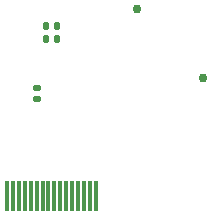
<source format=gbr>
%TF.GenerationSoftware,KiCad,Pcbnew,9.0.0*%
%TF.CreationDate,2025-07-16T00:49:38-07:00*%
%TF.ProjectId,microsd_express,6d696372-6f73-4645-9f65-787072657373,rev?*%
%TF.SameCoordinates,Original*%
%TF.FileFunction,Soldermask,Bot*%
%TF.FilePolarity,Negative*%
%FSLAX46Y46*%
G04 Gerber Fmt 4.6, Leading zero omitted, Abs format (unit mm)*
G04 Created by KiCad (PCBNEW 9.0.0) date 2025-07-16 00:49:38*
%MOMM*%
%LPD*%
G01*
G04 APERTURE LIST*
G04 Aperture macros list*
%AMRoundRect*
0 Rectangle with rounded corners*
0 $1 Rounding radius*
0 $2 $3 $4 $5 $6 $7 $8 $9 X,Y pos of 4 corners*
0 Add a 4 corners polygon primitive as box body*
4,1,4,$2,$3,$4,$5,$6,$7,$8,$9,$2,$3,0*
0 Add four circle primitives for the rounded corners*
1,1,$1+$1,$2,$3*
1,1,$1+$1,$4,$5*
1,1,$1+$1,$6,$7*
1,1,$1+$1,$8,$9*
0 Add four rect primitives between the rounded corners*
20,1,$1+$1,$2,$3,$4,$5,0*
20,1,$1+$1,$4,$5,$6,$7,0*
20,1,$1+$1,$6,$7,$8,$9,0*
20,1,$1+$1,$8,$9,$2,$3,0*%
G04 Aperture macros list end*
%ADD10R,0.350000X2.600000*%
%ADD11RoundRect,0.140000X0.140000X0.170000X-0.140000X0.170000X-0.140000X-0.170000X0.140000X-0.170000X0*%
%ADD12C,0.750000*%
%ADD13RoundRect,0.140000X0.170000X-0.140000X0.170000X0.140000X-0.170000X0.140000X-0.170000X-0.140000X0*%
G04 APERTURE END LIST*
D10*
%TO.C,J2*%
X111500000Y-81100000D03*
X111000000Y-81100000D03*
X110500000Y-81100000D03*
X110000000Y-81100000D03*
X109500000Y-81100000D03*
X109000000Y-81100000D03*
X108500000Y-81100000D03*
X108000000Y-81100000D03*
X107500000Y-81100000D03*
X107000000Y-81100000D03*
X106500000Y-81100000D03*
X106000000Y-81100000D03*
X105500000Y-81100000D03*
X105000000Y-81100000D03*
X104500000Y-81100000D03*
X104000000Y-81100000D03*
%TD*%
D11*
%TO.C,C4*%
X108225718Y-66648878D03*
X107265718Y-66648878D03*
%TD*%
D12*
%TO.C,TP1*%
X115000000Y-65250000D03*
%TD*%
D11*
%TO.C,C8*%
X108230000Y-67766472D03*
X107270000Y-67766472D03*
%TD*%
D12*
%TO.C,TP2*%
X120550000Y-71110000D03*
%TD*%
D13*
%TO.C,C10*%
X106550000Y-72837274D03*
X106550000Y-71877274D03*
%TD*%
M02*

</source>
